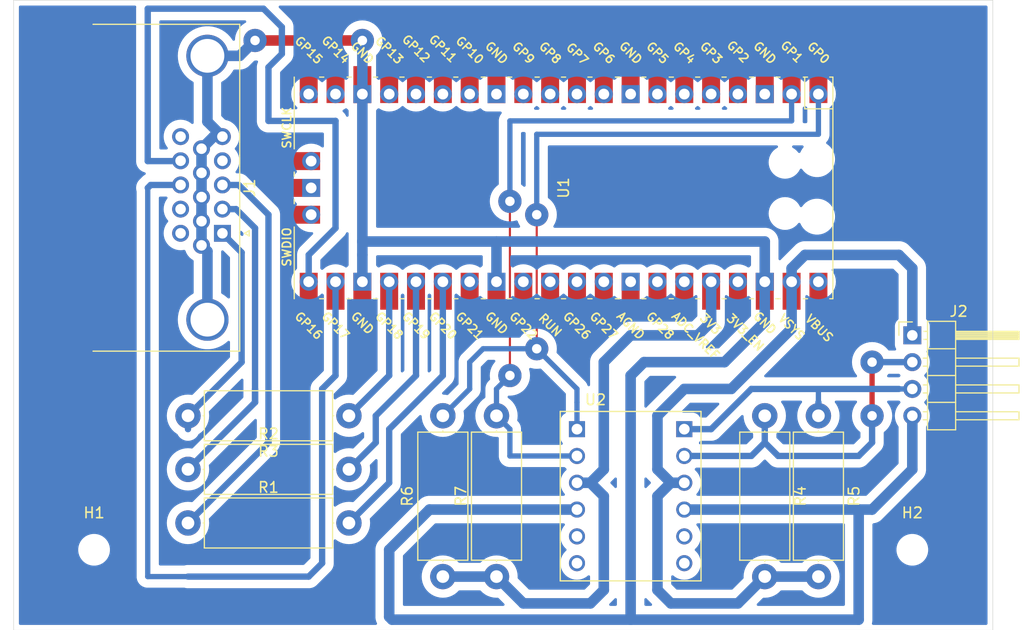
<source format=kicad_pcb>
(kicad_pcb (version 20240108) (generator "pcbnew") (generator_version "8.0")
  (layers (0 "F.Cu" signal) (31 "B.Cu" signal) (34 "B.Paste" user) (35 "F.Paste" user) (36 "B.SilkS" user "B.Silkscreen") (37 "F.SilkS" user "F.Silkscreen") (38 "B.Mask" user) (39 "F.Mask" user) (44 "Edge.Cuts" user))
  (net 0 "")
  (net 1 "/G")
  (net 2 "GND")
  (net 4 "/R")
  (net 5 "/H-Sync")
  (net 6 "/B")
  (net 9 "/V-Sync")
  (net 11 "/SDA")
  (net 12 "/SCL")
  (net 13 "Net-(U1-GPIO20)")
  (net 14 "Net-(U1-GPIO19)")
  (net 15 "Net-(U1-GPIO18)")
  (net 16 "Net-(U1-GPIO0)")
  (net 17 "Net-(U1-GPIO1)")
  (net 52 "+5v")
  (net 53 "+3.3v")
  (footprint "Resistor_THT:R_Axial_DIN0414_L11.9mm_D4.5mm_P15.24mm_Horizontal" (layer "F.Cu") (at 82.55 100.33 180)
    (property "Reference" "R3" (at 7.62 -3.37 0) (layer "F.SilkS"))
    (property "Value" "330")
    (fp_line (start 13.8 0) (end 13.69 0) (stroke (width 0.12)) (layer "F.SilkS"))
    (fp_line (start 13.69 2.37) (end 13.69 -2.37) (stroke (width 0.12)) (layer "F.SilkS"))
    (fp_line (start 13.69 -2.37) (end 1.55 -2.37) (stroke (width 0.12)) (layer "F.SilkS"))
    (fp_line (start 1.55 2.37) (end 13.69 2.37) (stroke (width 0.12)) (layer "F.SilkS"))
    (fp_line (start 1.55 -2.37) (end 1.55 2.37) (stroke (width 0.12)) (layer "F.SilkS"))
    (fp_line (start 1.44 0) (end 1.55 0) (stroke (width 0.12)) (layer "F.SilkS"))
    (pad "1" thru_hole circle (at 0 0 180) (size 2.4 2.4) (drill 1.2) (layers "*.Cu" "*.Mask") (net 15 "Net-(U1-GPIO18)"))
    (pad "2" thru_hole oval (at 15.24 0 180) (size 2.4 2.4) (drill 1.2) (layers "*.Cu" "*.Mask") (net 4 "/R"))
  )
  (footprint "Connector_PinHeader_2.54mm:PinHeader_1x04_P2.54mm_Horizontal" (layer "F.Cu") (at 135.89 92.71)
    (property "Reference" "J2" (at 4.385 -2.27 0) (layer "F.SilkS"))
    (property "Value" "Term")
    (fp_line (start -1.27 -1.27) (end 0 -1.27) (stroke (width 0.12)) (layer "F.SilkS"))
    (fp_line (start -1.27 0) (end -1.27 -1.27) (stroke (width 0.12)) (layer "F.SilkS"))
    (fp_line (start 1.042929 2.16) (end 1.44 2.16) (stroke (width 0.12)) (layer "F.SilkS"))
    (fp_line (start 1.042929 2.92) (end 1.44 2.92) (stroke (width 0.12)) (layer "F.SilkS"))
    (fp_line (start 1.042929 4.7) (end 1.44 4.7) (stroke (width 0.12)) (layer "F.SilkS"))
    (fp_line (start 1.042929 5.46) (end 1.44 5.46) (stroke (width 0.12)) (layer "F.SilkS"))
    (fp_line (start 1.042929 7.24) (end 1.44 7.24) (stroke (width 0.12)) (layer "F.SilkS"))
    (fp_line (start 1.042929 8) (end 1.44 8) (stroke (width 0.12)) (layer "F.SilkS"))
    (fp_line (start 1.11 -0.38) (end 1.44 -0.38) (stroke (width 0.12)) (layer "F.SilkS"))
    (fp_line (start 1.11 0.38) (end 1.44 0.38) (stroke (width 0.12)) (layer "F.SilkS"))
    (fp_line (start 1.44 -1.33) (end 1.44 8.95) (stroke (width 0.12)) (layer "F.SilkS"))
    (fp_line (start 1.44 1.27) (end 4.1 1.27) (stroke (width 0.12)) (layer "F.SilkS"))
    (fp_line (start 1.44 3.81) (end 4.1 3.81) (stroke (width 0.12)) (layer "F.SilkS"))
    (fp_line (start 1.44 6.35) (end 4.1 6.35) (stroke (width 0.12)) (layer "F.SilkS"))
    (fp_line (start 1.44 8.95) (end 4.1 8.95) (stroke (width 0.12)) (layer "F.SilkS"))
    (fp_line (start 4.1 -1.33) (end 1.44 -1.33) (stroke (width 0.12)) (layer "F.SilkS"))
    (fp_line (start 4.1 -0.38) (end 10.1 -0.38) (stroke (width 0.12)) (layer "F.SilkS"))
    (fp_line (start 4.1 -0.32) (end 10.1 -0.32) (stroke (width 0.12)) (layer "F.SilkS"))
    (fp_line (start 4.1 -0.2) (end 10.1 -0.2) (stroke (width 0.12)) (layer "F.SilkS"))
    (fp_line (start 4.1 -0.08) (end 10.1 -0.08) (stroke (width 0.12)) (layer "F.SilkS"))
    (fp_line (start 4.1 0.04) (end 10.1 0.04) (stroke (width 0.12)) (layer "F.SilkS"))
    (fp_line (start 4.1 0.16) (end 10.1 0.16) (stroke (width 0.12)) (layer "F.SilkS"))
    (fp_line (start 4.1 0.28) (end 10.1 0.28) (stroke (width 0.12)) (layer "F.SilkS"))
    (fp_line (start 4.1 2.16) (end 10.1 2.16) (stroke (width 0.12)) (layer "F.SilkS"))
    (fp_line (start 4.1 4.7) (end 10.1 4.7) (stroke (width 0.12)) (layer "F.SilkS"))
    (fp_line (start 4.1 7.24) (end 10.1 7.24) (stroke (width 0.12)) (layer "F.SilkS"))
    (fp_line (start 4.1 8.95) (end 4.1 -1.33) (stroke (width 0.12)) (layer "F.SilkS"))
    (fp_line (start 10.1 -0.38) (end 10.1 0.38) (stroke (width 0.12)) (layer "F.SilkS"))
    (fp_line (start 10.1 0.38) (end 4.1 0.38) (stroke (width 0.12)) (layer "F.SilkS"))
    (fp_line (start 10.1 2.16) (end 10.1 2.92) (stroke (width 0.12)) (layer "F.SilkS"))
    (fp_line (start 10.1 2.92) (end 4.1 2.92) (stroke (width 0.12)) (layer "F.SilkS"))
    (fp_line (start 10.1 4.7) (end 10.1 5.46) (stroke (width 0.12)) (layer "F.SilkS"))
    (fp_line (start 10.1 5.46) (end 4.1 5.46) (stroke (width 0.12)) (layer "F.SilkS"))
    (fp_line (start 10.1 7.24) (end 10.1 8) (stroke (width 0.12)) (layer "F.SilkS"))
    (fp_line (start 10.1 8) (end 4.1 8) (stroke (width 0.12)) (layer "F.SilkS"))
    (pad "1" thru_hole rect (at 0 0) (size 1.7 1.7) (drill 1) (layers "*.Cu" "*.Mask") (net 52 "+5v"))
    (pad "2" thru_hole oval (at 0 2.54) (size 1.7 1.7) (drill 1) (layers "*.Cu" "*.Mask") (net 11 "/SDA"))
    (pad "3" thru_hole oval (at 0 5.08) (size 1.7 1.7) (drill 1) (layers "*.Cu" "*.Mask") (net 12 "/SCL"))
    (pad "4" thru_hole oval (at 0 7.62) (size 1.7 1.7) (drill 1) (layers "*.Cu" "*.Mask") (net 2 "GND"))
  )
  (footprint "Resistor_THT:R_Axial_DIN0414_L11.9mm_D4.5mm_P15.24mm_Horizontal" (layer "F.Cu") (at 67.31 105.41)
    (property "Reference" "R2" (at 7.62 -3.37 0) (layer "F.SilkS"))
    (property "Value" "330")
    (fp_line (start 1.44 0) (end 1.55 0) (stroke (width 0.12)) (layer "F.SilkS"))
    (fp_line (start 1.55 -2.37) (end 1.55 2.37) (stroke (width 0.12)) (layer "F.SilkS"))
    (fp_line (start 1.55 2.37) (end 13.69 2.37) (stroke (width 0.12)) (layer "F.SilkS"))
    (fp_line (start 13.69 -2.37) (end 1.55 -2.37) (stroke (width 0.12)) (layer "F.SilkS"))
    (fp_line (start 13.69 2.37) (end 13.69 -2.37) (stroke (width 0.12)) (layer "F.SilkS"))
    (fp_line (start 13.8 0) (end 13.69 0) (stroke (width 0.12)) (layer "F.SilkS"))
    (pad "1" thru_hole circle (at 0 0) (size 2.4 2.4) (drill 1.2) (layers "*.Cu" "*.Mask") (net 1 "/G"))
    (pad "2" thru_hole oval (at 15.24 0) (size 2.4 2.4) (drill 1.2) (layers "*.Cu" "*.Mask") (net 14 "Net-(U1-GPIO19)"))
  )
  (footprint "Connector_Dsub:DSUB-15-HD_Female_Horizontal_P2.29x1.98mm_EdgePinOffset8.35mm_Housed_MountingHolesOffset10.89mm" (layer "F.Cu") (at 70.570331 83.04 -90)
    (property "Reference" "J1" (at -4.315 -2.58 90) (layer "F.SilkS"))
    (property "Value" "D-SUB")
    (fp_line (start -19.8 12.25) (end -19.8 -1.64) (stroke (width 0.12)) (layer "F.SilkS"))
    (fp_line (start -19.8 -1.64) (end 11.17 -1.64) (stroke (width 0.12)) (layer "F.SilkS"))
    (fp_line (start 11.17 -1.64) (end 11.17 12.25) (stroke (width 0.12)) (layer "F.SilkS"))
    (fp_line (start 0 -2.101325) (end -0.25 -2.534338) (stroke (width 0.12)) (layer "F.SilkS"))
    (fp_line (start -0.25 -2.534338) (end 0.25 -2.534338) (stroke (width 0.12)) (layer "F.SilkS"))
    (fp_line (start 0.25 -2.534338) (end 0 -2.101325) (stroke (width 0.12)) (layer "F.SilkS"))
    (pad "0" thru_hole circle (at -16.815 1.42 270) (size 4 4) (drill 3.2) (layers "*.Cu" "*.Mask") (net 2 "GND"))
    (pad "0" thru_hole circle (at 8.185 1.42 270) (size 4 4) (drill 3.2) (layers "*.Cu" "*.Mask") (net 2 "GND"))
    (pad "1" thru_hole rect (at 0 0 270) (size 1.6 1.6) (drill 1) (layers "*.Cu" "*.Mask") (net 4 "/R"))
    (pad "2" thru_hole circle (at -2.29 0 270) (size 1.6 1.6) (drill 1) (layers "*.Cu" "*.Mask") (net 1 "/G"))
    (pad "3" thru_hole circle (at -4.58 0 270) (size 1.6 1.6) (drill 1) (layers "*.Cu" "*.Mask") (net 6 "/B"))
    (pad "4" thru_hole circle (at -6.87 0 270) (size 1.6 1.6) (drill 1) (layers "*.Cu" "*.Mask"))
    (pad "5" thru_hole circle (at -9.16 0 270) (size 1.6 1.6) (drill 1) (layers "*.Cu" "*.Mask") (net 2 "GND"))
    (pad "6" thru_hole circle (at 1.145 1.98 270) (size 1.6 1.6) (drill 1) (layers "*.Cu" "*.Mask") (net 2 "GND"))
    (pad "7" thru_hole circle (at -1.145 1.98 270) (size 1.6 1.6) (drill 1) (layers "*.Cu" "*.Mask") (net 2 "GND"))
    (pad "8" thru_hole circle (at -3.435 1.98 270) (size 1.6 1.6) (drill 1) (layers "*.Cu" "*.Mask") (net 2 "GND"))
    (pad "9" thru_hole circle (at -5.725 1.98 270) (size 1.6 1.6) (drill 1) (layers "*.Cu" "*.Mask") (net 2 "GND"))
    (pad "10" thru_hole circle (at -8.015 1.98 270) (size 1.6 1.6) (drill 1) (layers "*.Cu" "*.Mask") (net 2 "GND"))
    (pad "11" thru_hole circle (at 0 3.96 270) (size 1.6 1.6) (drill 1) (layers "*.Cu" "*.Mask"))
    (pad "12" thru_hole circle (at -2.29 3.96 270) (size 1.6 1.6) (drill 1) (layers "*.Cu" "*.Mask"))
    (pad "13" thru_hole circle (at -4.58 3.96 270) (size 1.6 1.6) (drill 1) (layers "*.Cu" "*.Mask") (net 5 "/H-Sync"))
    (pad "14" thru_hole circle (at -6.87 3.96 270) (size 1.6 1.6) (drill 1) (layers "*.Cu" "*.Mask") (net 9 "/V-Sync"))
    (pad "15" thru_hole circle (at -9.16 3.96 270) (size 1.6 1.6) (drill 1) (layers "*.Cu" "*.Mask"))
  )
  (footprint "MountingHole:MountingHole_2.5mm" (layer "F.Cu") (at 58.42 113.03)
    (property "Reference" "H1" (at 0 -3.5 0) (layer "F.SilkS"))
    (property "Value" "MountingHole")
    (pad "" np_thru_hole circle (at 0 0) (size 2.5 2.5) (drill 2.5) (layers "*.Cu" "*.Mask"))
  )
  (footprint "Resistor_THT:R_Axial_DIN0414_L11.9mm_D4.5mm_P15.24mm_Horizontal" (layer "F.Cu") (at 67.31 110.49)
    (property "Reference" "R1" (at 7.62 -3.37 0) (layer "F.SilkS"))
    (property "Value" "330")
    (fp_line (start 1.44 0) (end 1.55 0) (stroke (width 0.12)) (layer "F.SilkS"))
    (fp_line (start 1.55 -2.37) (end 1.55 2.37) (stroke (width 0.12)) (layer "F.SilkS"))
    (fp_line (start 1.55 2.37) (end 13.69 2.37) (stroke (width 0.12)) (layer "F.SilkS"))
    (fp_line (start 13.69 -2.37) (end 1.55 -2.37) (stroke (width 0.12)) (layer "F.SilkS"))
    (fp_line (start 13.69 2.37) (end 13.69 -2.37) (stroke (width 0.12)) (layer "F.SilkS"))
    (fp_line (start 13.8 0) (end 13.69 0) (stroke (width 0.12)) (layer "F.SilkS"))
    (pad "1" thru_hole circle (at 0 0) (size 2.4 2.4) (drill 1.2) (layers "*.Cu" "*.Mask") (net 6 "/B"))
    (pad "2" thru_hole oval (at 15.24 0) (size 2.4 2.4) (drill 1.2) (layers "*.Cu" "*.Mask") (net 13 "Net-(U1-GPIO20)"))
  )
  (footprint "Resistor_THT:R_Axial_DIN0414_L11.9mm_D4.5mm_P15.24mm_Horizontal" (layer "F.Cu") (at 121.92 100.33 -90)
    (property "Reference" "R4" (at 7.62 -3.37 90) (layer "F.SilkS"))
    (property "Value" "4.7k")
    (fp_line (start 1.55 2.37) (end 13.69 2.37) (stroke (width 0.12)) (layer "F.SilkS"))
    (fp_line (start 13.69 2.37) (end 13.69 -2.37) (stroke (width 0.12)) (layer "F.SilkS"))
    (fp_line (start 1.44 0) (end 1.55 0) (stroke (width 0.12)) (layer "F.SilkS"))
    (fp_line (start 13.8 0) (end 13.69 0) (stroke (width 0.12)) (layer "F.SilkS"))
    (fp_line (start 1.55 -2.37) (end 1.55 2.37) (stroke (width 0.12)) (layer "F.SilkS"))
    (fp_line (start 13.69 -2.37) (end 1.55 -2.37) (stroke (width 0.12)) (layer "F.SilkS"))
    (pad "1" thru_hole circle (at 0 0 270) (size 2.4 2.4) (drill 1.2) (layers "*.Cu" "*.Mask") (net 11 "/SDA"))
    (pad "2" thru_hole oval (at 15.24 0 270) (size 2.4 2.4) (drill 1.2) (layers "*.Cu" "*.Mask") (net 52 "+5v"))
  )
  (footprint "MCU_RaspberryPi_and_Boards:RPi_Pico_SMD_TH" (layer "F.Cu") (at 102.87 78.74 -90)
    (property "Reference" "U1" (at 0 0 90) (layer "F.SilkS"))
    (property "Value" "Pico")
    (fp_line (start -3.7 25.5) (end -10.5 25.5) (stroke (width 0.12)) (layer "F.SilkS"))
    (fp_line (start -1.5 25.5) (end -1.1 25.5) (stroke (width 0.12)) (layer "F.SilkS"))
    (fp_line (start 1.1 25.5) (end 1.5 25.5) (stroke (width 0.12)) (layer "F.SilkS"))
    (fp_line (start 10.5 25.5) (end 3.7 25.5) (stroke (width 0.12)) (layer "F.SilkS"))
    (fp_line (start -10.5 22.7) (end -10.5 23.1) (stroke (width 0.12)) (layer "F.SilkS"))
    (fp_line (start 10.5 22.7) (end 10.5 23.1) (stroke (width 0.12)) (layer "F.SilkS"))
    (fp_line (start -10.5 20.1) (end -10.5 20.5) (stroke (width 0.12)) (layer "F.SilkS"))
    (fp_line (start 10.5 20.1) (end 10.5 20.5) (stroke (width 0.12)) (layer "F.SilkS"))
    (fp_line (start -10.5 17.6) (end -10.5 18) (stroke (width 0.12)) (layer "F.SilkS"))
    (fp_line (start 10.5 17.6) (end 10.5 18) (stroke (width 0.12)) (layer "F.SilkS"))
    (fp_line (start -10.5 15.1) (end -10.5 15.5) (stroke (width 0.12)) (layer "F.SilkS"))
    (fp_line (start 10.5 15.1) (end 10.5 15.5) (stroke (width 0.12)) (layer "F.SilkS"))
    (fp_line (start -10.5 12.5) (end -10.5 12.9) (stroke (width 0.12)) (layer "F.SilkS"))
    (fp_line (start 10.5 12.5) (end 10.5 12.9) (stroke (width 0.12)) (layer "F.SilkS"))
    (fp_line (start -10.5 10) (end -10.5 10.4) (stroke (width 0.12)) (layer "F.SilkS"))
    (fp_line (start 10.5 10) (end 10.5 10.4) (stroke (width 0.12)) (layer "F.SilkS"))
    (fp_line (start -10.5 7.4) (end -10.5 7.8) (stroke (width 0.12)) (layer "F.SilkS"))
    (fp_line (start 10.5 7.4) (end 10.5 7.8) (stroke (width 0.12)) (layer "F.SilkS"))
    (fp_line (start -10.5 4.9) (end -10.5 5.3) (stroke (width 0.12)) (layer "F.SilkS"))
    (fp_line (start 10.5 4.9) (end 10.5 5.3) (stroke (width 0.12)) (layer "F.SilkS"))
    (fp_line (start -10.5 2.3) (end -10.5 2.7) (stroke (width 0.12)) (layer "F.SilkS"))
    (fp_line (start 10.5 2.3) (end 10.5 2.7) (stroke (width 0.12)) (layer "F.SilkS"))
    (fp_line (start -10.5 -0.2) (end -10.5 0.2) (stroke (width 0.12)) (layer "F.SilkS"))
    (fp_line (start 10.5 -0.2) (end 10.5 0.2) (stroke (width 0.12)) (layer "F.SilkS"))
    (fp_line (start -10.5 -2.7) (end -10.5 -2.3) (stroke (width 0.12)) (layer "F.SilkS"))
    (fp_line (start 10.5 -2.7) (end 10.5 -2.3) (stroke (width 0.12)) (layer "F.SilkS"))
    (fp_line (start -10.5 -5.3) (end -10.5 -4.9) (stroke (width 0.12)) (layer "F.SilkS"))
    (fp_line (start 10.5 -5.3) (end 10.5 -4.9) (stroke (width 0.12)) (layer "F.SilkS"))
    (fp_line (start -10.5 -7.8) (end -10.5 -7.4) (stroke (width 0.12)) (layer "F.SilkS"))
    (fp_line (start 10.5 -7.8) (end 10.5 -7.4) (stroke (width 0.12)) (layer "F.SilkS"))
    (fp_line (start -10.5 -10.4) (end -10.5 -10) (stroke (width 0.12)) (layer "F.SilkS"))
    (fp_line (start 10.5 -10.4) (end 10.5 -10) (stroke (width 0.12)) (layer "F.SilkS"))
    (fp_line (start -10.5 -12.9) (end -10.5 -12.5) (stroke (width 0.12)) (layer "F.SilkS"))
    (fp_line (start 10.5 -12.9) (end 10.5 -12.5) (stroke (width 0.12)) (layer "F.SilkS"))
    (fp_line (start -10.5 -15.4) (end -10.5 -15) (stroke (width 0.12)) (layer "F.SilkS"))
    (fp_line (start 10.5 -15.4) (end 10.5 -15) (stroke (width 0.12)) (layer "F.SilkS"))
    (fp_line (start -10.5 -18) (end -10.5 -17.6) (stroke (width 0.12)) (layer "F.SilkS"))
    (fp_line (start 10.5 -18) (end 10.5 -17.6) (stroke (width 0.12)) (layer "F.SilkS"))
    (fp_line (start -10.5 -20.5) (end -10.5 -20.1) (stroke (width 0.12)) (layer "F.SilkS"))
    (fp_line (start 10.5 -20.5) (end 10.5 -20.1) (stroke (width 0.12)) (layer "F.SilkS"))
    (fp_line (start -10.5 -22.833) (end -7.493 -22.833) (stroke (width 0.12)) (layer "F.SilkS"))
    (fp_line (start -7.493 -22.833) (end -7.493 -25.5) (stroke (width 0.12)) (layer "F.SilkS"))
    (fp_line (start -10.5 -23.1) (end -10.5 -22.7) (stroke (width 0.12)) (layer "F.SilkS"))
    (fp_line (start 10.5 -23.1) (end 10.5 -22.7) (stroke (width 0.12)) (layer "F.SilkS"))
    (fp_line (start -10.5 -25.5) (end -10.5 -25.2) (stroke (width 0.12)) (layer "F.SilkS"))
    (fp_line (start -10.5 -25.5) (end 10.5 -25.5) (stroke (width 0.12)) (layer "F.SilkS"))
    (fp_line (start 10.5 -25.5) (end 10.5 -25.2) (stroke (width 0.12)) (layer "F.SilkS"))
    (fp_text user "GP21" (at 13.054 8.9 135) (layer "F.SilkS") (effects (font (size 0.8 0.8))))
    (fp_text user "GND" (at 12.8 6.35 135) (layer "F.SilkS") (effects (font (size 0.8 0.8))))
    (fp_text user "GP26" (at 13.054 -1.27 135) (layer "F.SilkS") (effects (font (size 0.8 0.8))))
    (fp_text user "GP9" (at -12.8 3.81 135) (layer "F.SilkS") (effects (font (size 0.8 0.8))))
    (fp_text user "GP10" (at -13.054 8.89 135) (layer "F.SilkS") (effects (font (size 0.8 0.8))))
    (fp_text user "GP1" (at -12.9 -21.6 135) (layer "F.SilkS") (effects (font (size 0.8 0.8))))
    (fp_text user "GP22" (at 13.054 3.81 135) (layer "F.SilkS") (effects (font (size 0.8 0.8))))
    (fp_text user "GND" (at -12.8 6.35 135) (layer "F.SilkS") (effects (font (size 0.8 0.8))))
    (fp_text user "GP17" (at 13.054 21.59 135) (layer "F.SilkS") (effects (font (size 0.8 0.8))))
    (fp_text user "GP2" (at -12.9 -16.51 135) (layer "F.SilkS") (effects (font (size 0.8 0.8))))
    (fp_text user "VSYS" (at 13.2 -21.59 135) (layer "F.SilkS") (effects (font (size 0.8 0.8))))
    (fp_text user "GP0" (at -12.8 -24.13 135) (layer "F.SilkS") (effects (font (size 0.8 0.8))))
    (fp_text user "GP3" (at -12.8 -13.97 135) (layer "F.SilkS") (effects (font (size 0.8 0.8))))
    (fp_text user "GP4" (at -12.8 -11.43 135) (layer "F.SilkS") (effects (font (size 0.8 0.8))))
    (fp_text user "GP7" (at -12.7 -1.3 135) (layer "F.SilkS") (effects (font (size 0.8 0.8))))
    (fp_text user "SWCLK" (at -5.7 26.2 90) (layer "F.SilkS") (effects (font (size 0.8 0.8))))
    (fp_text user "GP19" (at 13.054 13.97 135) (layer "F.SilkS") (effects (font (size 0.8 0.8))))
    (fp_text user "GP20" (at 13.054 11.43 135) (layer "F.SilkS") (effects (font (size 0.8 0.8))))
    (fp_text user "GND" (at -12.8 -19.05 135) (layer "F.SilkS") (effects (font (size 0.8 0.8))))
    (fp_text user "GND" (at -12.8 19.05 135) (layer "F.SilkS") (effects (font (size 0.8 0.8))))
    (fp_text user "RUN" (at 13 1.27 135) (layer "F.SilkS") (effects (font (size 0.8 0.8))))
    (fp_text user "GND" (at 12.8 -19.05 135) (layer "F.SilkS") (effects (font (size 0.8 0.8))))
    (fp_text user "GND" (at 12.8 19.05 135) (layer "F.SilkS") (effects (font (size 0.8 0.8))))
    (fp_text user "VBUS" (at 13.3 -24.2 135) (layer "F.SilkS") (effects (font (size 0.8 0.8))))
    (fp_text user "AGND" (at 13.054 -6.35 135) (layer "F.SilkS") (effects (font (size 0.8 0.8))))
    (fp_text user "GP14" (at -13.1 21.59 135) (layer "F.SilkS") (effects (font (size 0.8 0.8))))
    (fp_text user "GP5" (at -12.8 -8.89 135) (layer "F.SilkS") (effects (font (size 0.8 0.8))))
    (fp_text user "GP12" (at -13.2 13.97 135) (layer "F.SilkS") (effects (font (size 0.8 0.8))))
    (fp_text user "GP13" (at -13.054 16.51 135) (layer "F.SilkS") (effects (font (size 0.8 0.8))))
    (fp_text user "3V3_EN" (at 13.7 -17.2 135) (layer "F.SilkS") (effects (font (size 0.8 0.8))))
    (fp_text user "GP11" (at -13.2 11.43 135) (layer "F.SilkS") (effects (font (size 0.8 0.8))))
    (fp_text user "GP8" (at -12.8 1.27 135) (layer "F.SilkS") (effects (font (size 0.8 0.8))))
    (fp_text user "GND" (at -12.8 -6.35 135) (layer "F.SilkS") (effects (font (size 0.8 0.8))))
    (fp_text user "ADC_VREF" (at 14 -12.5 135) (layer "F.SilkS") (effects (font (size 0.8 0.8))))
    (fp_text user "GP18" (at 13.054 16.51 135) (layer "F.SilkS") (effects (font (size 0.8 0.8))))
    (fp_text user "GP27" (at 13.054 -3.8 135) (layer "F.SilkS") (effects (font (size 0.8 0.8))))
    (fp_text user "GP6" (at -12.8 -3.81 135) (layer "F.SilkS") (effects (font (size 0.8 0.8))))
    (fp_text user "GP15" (at -13.054 24.13 135) (layer "F.SilkS") (effects (font (size 0.8 0.8))))
    (fp_text user "SWDIO" (at 5.6 26.2 90) (layer "F.SilkS") (effects (font (size 0.8 0.8))))
    (fp_text user "GP16" (at 13.054 24.13 135) (layer "F.SilkS") (effects (font (size 0.8 0.8))))
    (fp_text user "3V3" (at 12.9 -13.9 135) (layer "F.SilkS") (effects (font (size 0.8 0.8))))
    (fp_text user "GP28" (at 13.054 -9.144 135) (layer "F.SilkS") (effects (font (size 0.8 0.8))))
    (pad "" np_thru_hole oval (at -2.725 -24 270) (size 1.8 1.8) (drill 1.8) (layers "*.Cu" "*.Mask"))
    (pad "" np_thru_hole oval (at -2.425 -20.97 270) (size 1.5 1.5) (drill 1.5) (layers "*.Cu" "*.Mask"))
    (pad "" np_thru_hole oval (at 2.425 -20.97 270) (size 1.5 1.5) (drill 1.5) (layers "*.Cu" "*.Mask"))
    (pad "" np_thru_hole oval (at 2.725 -24 270) (size 1.8 1.8) (drill 1.8) (layers "*.Cu" "*.Mask"))
    (pad "1" thru_hole oval (at -8.89 -24.13 270) (size 1.7 1.7) (drill 1.02) (layers "*.Cu" "*.Mask") (net 16 "Net-(U1-GPIO0)"))
    (pad "1" smd rect (at -8.89 -24.13 270) (size 3.5 1.7) (drill (offset -0.9 0)) (layers "F.Cu" "F.Mask") (net 16 "Net-(U1-GPIO0)"))
    (pad "2" thru_hole oval (at -8.89 -21.59 270) (size 1.7 1.7) (drill 1.02) (layers "*.Cu" "*.Mask") (net 17 "Net-(U1-GPIO1)"))
    (pad "2" smd rect (at -8.89 -21.59 270) (size 3.5 1.7) (drill (offset -0.9 0)) (layers "F.Cu" "F.Mask") (net 17 "Net-(U1-GPIO1)"))
    (pad "3" thru_hole rect (at -8.89 -19.05 270) (size 1.7 1.7) (drill 1.02) (layers "*.Cu" "*.Mask"))
    (pad "3" smd rect (at -8.89 -19.05 270) (size 3.5 1.7) (drill (offset -0.9 0)) (layers "F.Cu" "F.Mask"))
    (pad "4" thru_hole oval (at -8.89 -16.51 270) (size 1.7 1.7) (drill 1.02) (layers "*.Cu" "*.Mask"))
    (pad "4" smd rect (at -8.89 -16.51 270) (size 3.5 1.7) (drill (offset -0.9 0)) (layers "F.Cu" "F.Mask"))
    (pad "5" thru_hole oval (at -8.89 -13.97 270) (size 1.7 1.7) (drill 1.02) (layers "*.Cu" "*.Mask"))
    (pad "5" smd rect (at -8.89 -13.97 270) (size 3.5 1.7) (drill (offset -0.9 0)) (layers "F.Cu" "F.Mask"))
    (pad "6" thru_hole oval (at -8.89 -11.43 270) (size 1.7 1.7) (drill 1.02) (layers "*.Cu" "*.Mask"))
    (pad "6" smd rect (at -8.89 -11.43 270) (size 3.5 1.7) (drill (offset -0.9 0)) (layers "F.Cu" "F.Mask"))
    (pad "7" thru_hole oval (at -8.89 -8.89 270) (size 1.7 1.7) (drill 1.02) (layers "*.Cu" "*.Mask"))
    (pad "7" smd rect (at -8.89 -8.89 270) (size 3.5 1.7) (drill (offset -0.9 0)) (layers "F.Cu" "F.Mask"))
    (pad "8" thru_hole rect (at -8.89 -6.35 270) (size 1.7 1.7) (drill 1.02) (layers "*.Cu" "*.Mask"))
    (pad "8" smd rect (at -8.89 -6.35 270) (size 3.5 1.7) (drill (offset -0.9 0)) (layers "F.Cu" "F.Mask"))
    (pad "9" thru_hole oval (at -8.89 -3.81 270) (size 1.7 1.7) (drill 1.02) (layers "*.Cu" "*.Mask"))
    (pad "9" smd rect (at -8.89 -3.81 270) (size 3.5 1.7) (drill (offset -0.9 0)) (layers "F.Cu" "F.Mask"))
    (pad "10" thru_hole oval (at -8.89 -1.27 270) (size 1.7 1.7) (drill 1.02) (layers "*.Cu" "*.Mask"))
    (pad "10" smd rect (at -8.89 -1.27 270) (size 3.5 1.7) (drill (offset -0.9 0)) (layers "F.Cu" "F.Mask"))
    (pad "11" thru_hole oval (at -8.89 1.27 270) (size 1.7 1.7) (drill 1.02) (layers "*.Cu" "*.Mask"))
    (pad "11" smd rect (at -8.89 1.27 270) (size 3.5 1.7) (drill (offset -0.9 0)) (layers "F.Cu" "F.Mask"))
    (pad "12" thru_hole oval (at -8.89 3.81 270) (size 1.7 1.7) (drill 1.02) (layers "*.Cu" "*.Mask"))
    (pad "12" smd rect (at -8.89 3.81 270) (size 3.5 1.7) (drill (offset -0.9 0)) (layers "F.Cu" "F.Mask"))
    (pad "13" thru_hole rect (at -8.89 6.35 270) (size 1.7 1.7) (drill 1.02) (layers "*.Cu" "*.Mask"))
    (pad "13" smd rect (at -8.89 6.35 270) (size 3.5 1.7) (drill (offset -0.9 0)) (layers "F.Cu" "F.Mask"))
    (pad "14" thru_hole oval (at -8.89 8.89 270) (size 1.7 1.7) (drill 1.02) (layers "*.Cu" "*.Mask"))
    (pad "14" smd rect (at -8.89 8.89 270) (size 3.5 1.7) (drill (offset -0.9 0)) (layers "F.Cu" "F.Mask"))
    (pad "15" thru_hole oval (at -8.89 11.43 270) (size 1.7 1.7) (drill 1.02) (layers "*.Cu" "*.Mask"))
    (pad "15" smd rect (at -8.89 11.43 270) (size 3.5 1.7) (drill (offset -0.9 0)) (layers "F.Cu" "F.Mask"))
    (pad "16" thru_hole oval (at -8.89 13.97 270) (size 1.7 1.7) (drill 1.02) (layers "*.Cu" "*.Mask"))
    (pad "16" smd rect (at -8.89 13.97 270) (size 3.5 1.7) (drill (offset -0.9 0)) (layers "F.Cu" "F.Mask"))
    (pad "17" thru_hole oval (at -8.89 16.51 270) (size 1.7 1.7) (drill 1.02) (layers "*.Cu" "*.Mask"))
    (pad "17" smd rect (at -8.89 16.51 270) (size 3.5 1.7) (drill (offset -0.9 0)) (layers "F.Cu" "F.Mask"))
    (pad "18" thru_hole rect (at -8.89 19.05 270) (size 1.7 1.7) (drill 1.02) (layers "*.Cu" "*.Mask") (net 2 "GND"))
    (pad "18" smd rect (at -8.89 19.05 270) (size 3.5 1.7) (drill (offset -0.9 0)) (layers "F.Cu" "F.Mask") (net 2 "GND"))
    (pad "19" thru_hole oval (at -8.89 21.59 270) (size 1.7 1.7) (drill 1.02) (layers "*.Cu" "*.Mask"))
    (pad "19" smd rect (at -8.89 21.59 270) (size 3.5 1.7) (drill (offset -0.9 0)) (layers "F.Cu" "F.Mask"))
    (pad "20" thru_hole oval (at -8.89 24.13 270) (size 1.7 1.7) (drill 1.02) (layers "*.Cu" "*.Mask"))
    (pad "20" smd rect (at -8.89 24.13 270) (size 3.5 1.7) (drill (offset -0.9 0)) (layers "F.Cu" "F.Mask"))
    (pad "21" thru_hole oval (at 8.89 24.13 270) (size 1.7 1.7) (drill 1.02) (layers "*.Cu" "*.Mask") (net 9 "/V-Sync"))
    (pad "21" smd rect (at 8.89 24.13 270) (size 3.5 1.7) (drill (offset 0.9 0)) (layers "F.Cu" "F.Mask") (net 9 "/V-Sync"))
    (pad "22" thru_hole oval (at 8.89 21.59 270) (size 1.7 1.7) (drill 1.02) (layers "*.Cu" "*.Mask") (net 5 "/H-Sync"))
    (pad "22" smd rect (at 8.89 21.59 270) (size 3.5 1.7) (drill (offset 0.9 0)) (layers "F.Cu" "F.Mask") (net 5 "/H-Sync"))
    (pad "23" thru_hole rect (at 8.89 19.05 270) (size 1.7 1.7) (drill 1.02) (layers "*.Cu" "*.Mask") (net 2 "GND"))
    (pad "23" smd rect (at 8.89 19.05 270) (size 3.5 1.7) (drill (offset 0.9 0)) (layers "F.Cu" "F.Mask") (net 2 "GND"))
    (pad "24" thru_hole oval (at 8.89 16.51 270) (size 1.7 1.7) (drill 1.02) (layers "*.Cu" "*.Mask") (net 15 "Net-(U1-GPIO18)"))
    (pad "24" smd rect (at 8.89 16.51 270) (size 3.5 1.7) (drill (offset 0.9 0)) (layers "F.Cu" "F.Mask") (net 15 "Net-(U1-GPIO18)"))
    (pad "25" thru_hole oval (at 8.89 13.97 270) (size 1.7 1.7) (drill 1.02) (layers "*.Cu" "*.Mask") (net 14 "Net-(U1-GPIO19)"))
    (pad "25" smd rect (at 8.89 13.97 270) (size 3.5 1.7) (drill (offset 0.9 0)) (layers "F.Cu" "F.Mask") (net 14 "Net-(U1-GPIO19)"))
    (pad "26" thru_hole oval (at 8.89 11.43 270) (size 1.7 1.7) (drill 1.02) (layers "*.Cu" "*.Mask") (net 13 "Net-(U1-GPIO20)"))
    (pad "26" smd rect (at 8.89 11.43 270) (size 3.5 1.7) (drill (offset 0.9 0)) (layers "F.Cu" "F.Mask") (net 13 "Net-(U1-GPIO20)"))
    (pad "27" thru_hole oval (at 8.89 8.89 270) (size 1.7 1.7) (drill 1.02) (layers "*.Cu" "*.Mask"))
    (pad "27" smd rect (at 8.89 8.89 270) (size 3.5 1.7) (drill (offset 0.9 0)) (layers "F.Cu" "F.Mask"))
    (pad "28" thru_hole rect (at 8.89 6.35 270) (size 1.7 1.7) (drill 1.02) (layers "*.Cu" "*.Mask") (net 2 "GND"))
    (pad "28" smd rect (at 8.89 6.35 270) (size 3.5 1.7) (drill (offset 0.9 0)) (layers "F.Cu" "F.Mask") (net 2 "GND"))
    (pad "29" thru_hole oval (at 8.89 3.81 270) (size 1.7 1.7) (drill 1.02) (layers "*.Cu" "*.Mask"))
    (pad "29" smd rect (at 8.89 3.81 270) (size 3.5 1.7) (drill (offset 0.9 0)) (layers "F.Cu" "F.Mask"))
    (pad "30" thru_hole oval (at 8.89 1.27 270) (size 1.7 1.7) (drill 1.02) (layers "*.Cu" "*.Mask"))
    (pad "30" smd rect (at 8.89 1.27 270) (size 3.5 1.7) (drill (offset 0.9 0)) (layers "F.Cu" "F.Mask"))
    (pad "31" thru_hole oval (at 8.89 -1.27 270) (size 1.7 1.7) (drill 1.02) (layers "*.Cu" "*.Mask"))
    (pad "31" smd rect (at 8.89 -1.27 270) (size 3.5 1.7) (drill (offset 0.9 0)) (layers "F.Cu" "F.Mask"))
    (pad "32" thru_hole oval (at 8.89 -3.81 270) (size 1.7 1.7) (drill 1.02) (layers "*.Cu" "*.Mask"))
    (pad "32" smd rect (at 8.89 -3.81 270) (size 3.5 1.7) (drill (offset 0.9 0)) (layers "F.Cu" "F.Mask"))
    (pad "33" thru_hole rect (at 8.89 -6.35 270) (size 1.7 1.7) (drill 1.02) (layers "*.Cu" "*.Mask"))
    (pad "33" smd rect (at 8.89 -6.35 270) (size 3.5 1.7) (drill (offset 0.9 0)) (layers "F.Cu" "F.Mask"))
    (pad "34" thru_hole oval (at 8.89 -8.89 270) (size 1.7 1.7) (drill 1.02) (layers "*.Cu" "*.Mask"))
    (pad "34" smd rect (at 8.89 -8.89 270) (size 3.5 1.7) (drill (offset 0.9 0)) (layers "F.Cu" "F.Mask"))
    (pad "35" thru_hole oval (at 8.89 -11.43 270) (size 1.7 1.7) (drill 1.02) (layers "*.Cu" "*.Mask"))
    (pad "35" smd rect (at 8.89 -11.43 270) (size 3.5 1.7) (drill (offset 0.9 0)) (layers "F.Cu" "F.Mask"))
    (pad "36" thru_hole oval (at 8.89 -13.97 270) (size 1.7 1.7) (drill 1.02) (layers "*.Cu" "*.Mask") (net 53 "+3.3v"))
    (pad "36" smd rect (at 8.89 -13.97 270) (size 3.5 1.7) (drill (offset 0.9 0)) (layers "F.Cu" "F.Mask") (net 53 "+3.3v"))
    (pad "37" thru_hole oval (at 8.89 -16.51 270) (size 1.7 1.7) (drill 1.02) (layers "*.Cu" "*.Mask"))
    (pad "37" smd rect (at 8.89 -16.51 270) (size 3.5 1.7) (drill (offset 0.9 0)) (layers "F.Cu" "F.Mask"))
    (pad "38" thru_hole rect (at 8.89 -19.05 270) (size 1.7 1.7) (drill 1.02) (layers "*.Cu" "*.Mask") (net 2 "GND"))
    (pad "38" smd rect (at 8.89 -19.05 270) (size 3.5 1.7) (drill (offset 0.9 0)) (layers "F.Cu" "F.Mask") (net 2 "GND"))
    (pad "39" thru_hole oval (at 8.89 -21.59 270) (size 1.7 1.7) (drill 1.02) (layers "*.Cu" "*.Mask") (net 52 "+5v"))
    (pad "39" smd rect (at 8.89 -21.59 270) (size 3.5 1.7) (drill (offset 0.9 0)) (layers "F.Cu" "F.Mask") (net 52 "+5v"))
    (pad "40" thru_hole oval (at 8.89 -24.13 270) (size 1.7 1.7) (drill 1.02) (layers "*.Cu" "*.Mask"))
    (pad "40" smd rect (at 8.89 -24.13 270) (size 3.5 1.7) (drill (offset 0.9 0)) (layers "F.Cu" "F.Mask"))
    (pad "41" thru_hole oval (at -2.54 23.9 270) (size 1.7 1.7) (drill 1.02) (layers "*.Cu" "*.Mask"))
    (pad "41" smd rect (at -2.54 23.9) (size 3.5 1.7) (drill (offset -0.9 0)) (layers "F.Cu" "F.Mask"))
    (pad "42" thru_hole rect (at 0 23.9 270) (size 1.7 1.7) (drill 1.02) (layers "*.Cu" "*.Mask"))
    (pad "42" smd rect (at 0 23.9) (size 3.5 1.7) (drill (offset -0.9 0)) (layers "F.Cu" "F.Mask"))
    (pad "43" thru_hole oval (at 2.54 23.9 270) (size 1.7 1.7) (drill 1.02) (layers "*.Cu" "*.Mask"))
    (pad "43" smd rect (at 2.54 23.9) (size 3.5 1.7) (drill (offset -0.9 0)) (layers "F.Cu" "F.Mask"))
  )
  (footprint "Resistor_THT:R_Axial_DIN0414_L11.9mm_D4.5mm_P15.24mm_Horizontal" (layer "F.Cu") (at 96.52 115.57 90)
    (property "Reference" "R7" (at 7.62 -3.37 90) (layer "F.SilkS"))
    (property "Value" "4.7k")
    (fp_line (start 13.69 -2.37) (end 1.55 -2.37) (stroke (width 0.12)) (layer "F.SilkS"))
    (fp_line (start 1.55 -2.37) (end 1.55 2.37) (stroke (width 0.12)) (layer "F.SilkS"))
    (fp_line (start 13.8 0) (end 13.69 0) (stroke (width 0.12)) (layer "F.SilkS"))
    (fp_line (start 1.44 0) (end 1.55 0) (stroke (width 0.12)) (layer "F.SilkS"))
    (fp_line (start 13.69 2.37) (end 13.69 -2.37) (stroke (width 0.12)) (layer "F.SilkS"))
    (fp_line (start 1.55 2.37) (end 13.69 2.37) (stroke (width 0.12)) (layer "F.SilkS"))
    (pad "1" thru_hole circle (at 0 0 90) (size 2.4 2.4) (drill 1.2) (layers "*.Cu" "*.Mask") (net 53 "+3.3v"))
    (pad "2" thru_hole oval (at 15.24 0 90) (size 2.4 2.4) (drill 1.2) (layers "*.Cu" "*.Mask") (net 17 "Net-(U1-GPIO1)"))
  )
  (footprint "Resistor_THT:R_Axial_DIN0414_L11.9mm_D4.5mm_P15.24mm_Horizontal" (layer "F.Cu") (at 127 100.33 -90)
    (property "Reference" "R5" (at 7.62 -3.37 90) (layer "F.SilkS"))
    (property "Value" "4.7k")
    (fp_line (start 1.55 2.37) (end 13.69 2.37) (stroke (width 0.12)) (layer "F.SilkS"))
    (fp_line (start 13.69 2.37) (end 13.69 -2.37) (stroke (width 0.12)) (layer "F.SilkS"))
    (fp_line (start 1.44 0) (end 1.55 0) (stroke (width 0.12)) (layer "F.SilkS"))
    (fp_line (start 13.8 0) (end 13.69 0) (stroke (width 0.12)) (layer "F.SilkS"))
    (fp_line (start 1.55 -2.37) (end 1.55 2.37) (stroke (width 0.12)) (layer "F.SilkS"))
    (fp_line (start 13.69 -2.37) (end 1.55 -2.37) (stroke (width 0.12)) (layer "F.SilkS"))
    (pad "1" thru_hole circle (at 0 0 270) (size 2.4 2.4) (drill 1.2) (layers "*.Cu" "*.Mask") (net 12 "/SCL"))
    (pad "2" thru_hole oval (at 15.24 0 270) (size 2.4 2.4) (drill 1.2) (layers "*.Cu" "*.Mask") (net 52 "+5v"))
  )
  (footprint "Resistor_THT:R_Axial_DIN0414_L11.9mm_D4.5mm_P15.24mm_Horizontal" (layer "F.Cu") (at 91.44 115.57 90)
    (property "Reference" "R6" (at 7.62 -3.37 90) (layer "F.SilkS"))
    (property "Value" "4.7k")
    (fp_line (start 13.69 -2.37) (end 1.55 -2.37) (stroke (width 0.12)) (layer "F.SilkS"))
    (fp_line (start 1.55 -2.37) (end 1.55 2.37) (stroke (width 0.12)) (layer "F.SilkS"))
    (fp_line (start 13.8 0) (end 13.69 0) (stroke (width 0.12)) (layer "F.SilkS"))
    (fp_line (start 1.44 0) (end 1.55 0) (stroke (width 0.12)) (layer "F.SilkS"))
    (fp_line (start 13.69 2.37) (end 13.69 -2.37) (stroke (width 0.12)) (layer "F.SilkS"))
    (fp_line (start 1.55 2.37) (end 13.69 2.37) (stroke (width 0.12)) (layer "F.SilkS"))
    (pad "1" thru_hole circle (at 0 0 90) (size 2.4 2.4) (drill 1.2) (layers "*.Cu" "*.Mask") (net 53 "+3.3v"))
    (pad "2" thru_hole oval (at 15.24 0 90) (size 2.4 2.4) (drill 1.2) (layers "*.Cu" "*.Mask") (net 16 "Net-(U1-GPIO0)"))
  )
  (footprint "MountingHole:MountingHole_2.5mm" (layer "F.Cu") (at 135.89 113.03)
    (property "Reference" "H2" (at 0 -3.5 0) (layer "F.SilkS"))
    (property "Value" "MountingHole")
    (pad "" np_thru_hole circle (at 0 0) (size 2.5 2.5) (drill 2.5) (layers "*.Cu" "*.Mask"))
  )
  (footprint "vga_drv:CONV_BOB-12009" (layer "F.Cu") (at 109.22 107.95)
    (property "Reference" "U2" (at -3.325 -9.135 0) (layer "F.SilkS"))
    (property "Value" "BOB-12009")
    (fp_line (start -6.665 -8.025) (end 6.665 -8.025) (stroke (width 0.127)) (layer "F.SilkS"))
    (fp_line (start -6.665 8.025) (end -6.665 -8.025) (stroke (width 0.127)) (layer "F.SilkS"))
    (fp_line (start 6.665 -8.025) (end 6.665 8.025) (stroke (width 0.127)) (layer "F.SilkS"))
    (fp_line (start 6.665 8.025) (end -6.665 8.025) (stroke (width 0.127)) (layer "F.SilkS"))
    (pad "GND_1" thru_hole circle (at 5.08 1.27) (size 1.524 1.524) (drill 1.016) (layers "*.Cu" "*.Mask") (net 2 "GND"))
    (pad "GND_2" thru_hole circle (at -5.08 1.27) (size 1.524 1.524) (drill 1.016) (layers "*.Cu" "*.Mask") (net 2 "GND"))
    (pad "HV" thru_hole circle (at 5.08 -1.27) (size 1.524 1.524) (drill 1.016) (layers "*.Cu" "*.Mask") (net 52 "+5v"))
    (pad "HV1" thru_hole rect (at 5.08 -6.35) (size 1.524 1.524) (drill 1.016) (layers "*.Cu" "*.Mask") (net 12 "/SCL"))
    (pad "HV2" thru_hole circle (at 5.08 -3.81) (size 1.524 1.524) (drill 1.016) (layers "*.Cu" "*.Mask") (net 11 "/SDA"))
    (pad "HV3" thru_hole circle (at 5.08 3.81) (size 1.524 1.524) (drill 1.016) (layers "*.Cu" "*.Mask"))
    (pad "HV4" thru_hole circle (at 5.08 6.35) (size 1.524 1.524) (drill 1.016) (layers "*.Cu" "*.Mask"))
    (pad "LV" thru_hole circle (at -5.08 -1.27) (size 1.524 1.524) (drill 1.016) (layers "*.Cu" "*.Mask") (net 53 "+3.3v"))
    (pad "LV1" thru_hole rect (at -5.08 -6.35) (size 1.524 1.524) (drill 1.016) (layers "*.Cu" "*.Mask") (net 16 "Net-(U1-GPIO0)"))
    (pad "LV2" thru_hole circle (at -5.08 -3.81) (size 1.524 1.524) (drill 1.016) (layers "*.Cu" "*.Mask") (net 17 "Net-(U1-GPIO1)"))
    (pad "LV3" thru_hole circle (at -5.08 3.81) (size 1.524 1.524) (drill 1.016) (layers "*.Cu" "*.Mask"))
    (pad "LV4" thru_hole circle (at -5.08 6.35) (size 1.524 1.524) (drill 1.016) (layers "*.Cu" "*.Mask"))
  )
  (gr_line (start 143.51 60.96) (end 50.8 60.96) (stroke (width 0.05)) (layer "Edge.Cuts"))
  (gr_line (start 50.8 60.96) (end 50.8 120.65) (stroke (width 0.05)) (layer "Edge.Cuts"))
  (gr_line (start 143.51 120.65) (end 143.51 60.96) (stroke (width 0.05)) (layer "Edge.Cuts"))
  (gr_line (start 50.8 120.65) (end 143.51 120.65) (stroke (width 0.05)) (layer "Edge.Cuts"))
  (segment (start 73.66 97.79) (end 73.66 99.06) (width 0.6) (layer "B.Cu") (net 1))
  (segment (start 73.66 99.06) (end 67.31 105.41) (width 0.6) (layer "B.Cu") (net 1))
  (segment (start 70.570331 80.75) (end 71.86 80.75) (width 0.6) (layer "B.Cu") (net 1))
  (segment (start 71.86 80.75) (end 73.66 82.55) (width 0.6) (layer "B.Cu") (net 1))
  (segment (start 73.66 97.79) (end 73.66 82.55) (width 0.5) (layer "B.Cu") (net 1))
  (segment (start 73.66 82.55) (end 73.66 99.06) (width 0.6) (layer "B.Cu") (net 1))
  (segment (start 73.66 64.77) (end 83.82 64.77) (width 1) (layer "F.Cu") (net 2))
  (via (at 73.66 64.77) (size 2.2) (drill 0.9) (layers "F.Cu" "B.Cu") (net 2))
  (via (at 83.82 64.77) (size 2.2) (drill 0.9) (layers "F.Cu" "B.Cu") (net 2))
  (segment (start 70.570331 73.88) (end 69.735331 73.88) (width 1) (layer "B.Cu") (net 2))
  (segment (start 83.82 83.82) (end 83.82 85.09) (width 1) (layer "B.Cu") (net 2))
  (segment (start 121.92 91.44) (end 118.11 95.25) (width 1) (layer "B.Cu") (net 2))
  (segment (start 121.92 87.63) (end 121.92 83.82) (width 1) (layer "B.Cu") (net 2))
  (segment (start 69.150331 72.46) (end 70.570331 73.88) (width 1) (layer "B.Cu") (net 2))
  (segment (start 109.22 119.65) (end 130.81 119.65) (width 1) (layer "B.Cu") (net 2))
  (segment (start 83.82 85.09) (end 83.82 87.63) (width 1) (layer "B.Cu") (net 2))
  (segment (start 68.590331 81.28) (end 68.590331 84.185) (width 1) (layer "B.Cu") (net 2))
  (segment (start 69.150331 84.745) (end 68.590331 84.185) (width 1) (layer "B.Cu") (net 2))
  (segment (start 83.82 69.85) (end 83.82 64.77) (width 1) (layer "B.Cu") (net 2))
  (segment (start 68.590331 79.605) (end 68.590331 81.28) (width 1) (layer "B.Cu") (net 2))
  (segment (start 68.590331 81.28) (end 68.590331 81.895) (width 1) (layer "B.Cu") (net 2))
  (segment (start 72.205 66.225) (end 69.150331 66.225) (width 1) (layer "B.Cu") (net 2))
  (segment (start 83.82 69.85) (end 83.82 83.82) (width 1) (layer "B.Cu") (net 2))
  (segment (start 130.81 119.65) (end 130.81 109.22) (width 1) (layer "B.Cu") (net 2))
  (segment (start 121.92 83.82) (end 96.52 83.82) (width 1) (layer "B.Cu") (net 2))
  (segment (start 96.52 83.82) (end 96.52 87.63) (width 1) (layer "B.Cu") (net 2))
  (segment (start 90.17 109.22) (end 86.36 113.03) (width 1) (layer "B.Cu") (net 2))
  (segment (start 132.08 109.22) (end 130.81 109.22) (width 1) (layer "B.Cu") (net 2))
  (segment (start 118.11 95.25) (end 110.49 95.25) (width 1) (layer "B.Cu") (net 2))
  (segment (start 121.92 87.63) (end 121.92 91.44) (width 1) (layer "B.Cu") (net 2))
  (segment (start 86.63 119.65) (end 109.22 119.65) (width 1) (layer "B.Cu") (net 2))
  (segment (start 130.81 109.22) (end 114.3 109.22) (width 1) (layer "B.Cu") (net 2))
  (segment (start 69.150331 66.225) (end 69.150331 72.46) (width 1) (layer "B.Cu") (net 2))
  (segment (start 69.150331 91.225) (end 69.150331 84.745) (width 1) (layer "B.Cu") (net 2))
  (segment (start 68.590331 77.315) (end 68.590331 79.605) (width 1) (layer "B.Cu") (net 2))
  (segment (start 135.89 105.41) (end 132.08 109.22) (width 1) (layer "B.Cu") (net 2))
  (segment (start 86.36 113.03) (end 86.36 119.38) (width 1) (layer "B.Cu") (net 2))
  (segment (start 96.52 83.82) (end 83.82 83.82) (width 1) (layer "B.Cu") (net 2))
  (segment (start 86.36 119.38) (end 86.63 119.65) (width 1) (layer "B.Cu") (net 2))
  (segment (start 109.22 96.52) (end 109.22 119.65) (width 1) (layer "B.Cu") (net 2))
  (segment (start 69.735331 73.88) (end 68.590331 75.025) (width 1) (layer "B.Cu") (net 2))
  (segment (start 104.14 109.22) (end 90.17 109.22) (width 1) (layer "B.Cu") (net 2))
  (segment (start 135.89 100.33) (end 135.89 105.41) (width 1) (layer "B.Cu") (net 2))
  (segment (start 72.205 66.225) (end 73.66 64.77) (width 1) (layer "B.Cu") (net 2))
  (segment (start 68.590331 75.025) (end 68.590331 77.315) (width 1) (layer "B.Cu") (net 2))
  (segment (start 110.49 95.25) (end 109.22 96.52) (width 1) (layer "B.Cu") (net 2))
  (segment (start 72.39 84.859669) (end 72.39 95.25) (width 0.6) (layer "B.Cu") (net 4))
  (segment (start 72.39 95.25) (end 67.31 100.33) (width 0.6) (layer "B.Cu") (net 4))
  (segment (start 70.570331 83.04) (end 72.39 84.859669) (width 0.6) (layer "B.Cu") (net 4))
  (segment (start 67.31 100.33) (end 67.31 101.6) (width 0.6) (layer "B.Cu") (net 4))
  (segment (start 78.74 115.57) (end 80.01 114.3) (width 0.6) (layer "B.Cu") (net 5))
  (segment (start 66.610331 78.46) (end 63.78 78.46) (width 0.6) (layer "B.Cu") (net 5))
  (segment (start 81.28 87.63) (end 81.28 96.52) (width 0.6) (layer "B.Cu") (net 5))
  (segment (start 80.01 97.79) (end 81.28 96.52) (width 0.6) (layer "B.Cu") (net 5))
  (segment (start 67.31 115.57) (end 78.74 115.57) (width 0.6) (layer "B.Cu") (net 5))
  (segment (start 80.01 97.79) (end 80.01 114.3) (width 0.6) (layer "B.Cu") (net 5))
  (segment (start 63.5 115.57) (end 67.31 115.57) (width 0.5) (layer "B.Cu") (net 5))
  (segment (start 63.78 78.46) (end 63.5 78.74) (width 0.6) (layer "B.Cu") (net 5))
  (segment (start 63.5 78.74) (end 63.5 115.57) (width 0.5) (layer "B.Cu") (net 5))
  (segment (start 74.93 81.28) (end 74.93 102.87) (width 0.6) (layer "B.Cu") (net 6))
  (segment (start 74.93 101.6) (end 74.93 81.28) (width 0.5) (layer "B.Cu") (net 6))
  (segment (start 72.11 78.46) (end 74.93 81.28) (width 0.6) (layer "B.Cu") (net 6))
  (segment (start 74.93 102.87) (end 74.93 101.6) (width 0.6) (layer "B.Cu") (net 6))
  (segment (start 67.31 110.49) (end 74.93 102.87) (width 0.6) (layer "B.Cu") (net 6))
  (segment (start 70.570331 78.46) (end 72.11 78.46) (width 0.6) (layer "B.Cu") (net 6))
  (segment (start 74.93 67.31) (end 74.93 72.39) (width 0.6) (layer "B.Cu") (net 9))
  (segment (start 76.2 63.5) (end 76.2 66.04) (width 0.6) (layer "B.Cu") (net 9))
  (segment (start 63.5 61.76) (end 74.46 61.76) (width 0.6) (layer "B.Cu") (net 9))
  (segment (start 66.580331 76.2) (end 63.5 76.2) (width 0.6) (layer "B.Cu") (net 9))
  (segment (start 78.74 85.09) (end 78.74 87.63) (width 0.6) (layer "B.Cu") (net 9))
  (segment (start 81.28 72.39) (end 81.28 82.55) (width 0.6) (layer "B.Cu") (net 9))
  (segment (start 76.2 66.04) (end 74.93 67.31) (width 0.6) (layer "B.Cu") (net 9))
  (segment (start 63.5 76.2) (end 63.5 61.76) (width 0.6) (layer "B.Cu") (net 9))
  (segment (start 74.93 72.39) (end 81.28 72.39) (width 0.6) (layer "B.Cu") (net 9))
  (segment (start 66.610331 76.17) (end 66.580331 76.2) (width 0.6) (layer "B.Cu") (net 9))
  (segment (start 74.46 61.76) (end 76.2 63.5) (width 0.6) (layer "B.Cu") (net 9))
  (segment (start 81.28 82.55) (end 78.74 85.09) (width 0.6) (layer "B.Cu") (net 9))
  (segment (start 132.08 100.33) (end 132.08 95.25) (width 0.5) (layer "F.Cu") (net 11))
  (via (at 132.08 95.25) (size 2.2) (drill 0.9) (layers "F.Cu" "B.Cu") (net 11))
  (via (at 132.08 100.33) (size 2.2) (drill 0.9) (layers "F.Cu" "B.Cu") (net 11))
  (segment (start 123.19 104.14) (end 130.81 104.14) (width 0.6) (layer "B.Cu") (net 11))
  (segment (start 132.08 95.25) (end 135.89 95.25) (width 0.6) (layer "B.Cu") (net 11))
  (segment (start 121.92 102.87) (end 123.19 104.14) (width 0.6) (layer "B.Cu") (net 11))
  (segment (start 114.3 104.14) (end 120.65 104.14) (width 0.6) (layer "B.Cu") (net 11))
  (segment (start 132.08 102.87) (end 132.08 100.33) (width 0.6) (layer "B.Cu") (net 11))
  (segment (start 121.92 100.33) (end 121.92 102.87) (width 0.6) (layer "B.Cu") (net 11))
  (segment (start 130.81 104.14) (end 132.08 102.87) (width 0.6) (layer "B.Cu") (net 11))
  (segment (start 120.65 104.14) (end 121.92 102.87) (width 0.6) (layer "B.Cu") (net 11))
  (segment (start 114.3 101.6) (end 116.84 101.6) (width 0.6) (layer "B.Cu") (net 12))
  (segment (start 120.65 97.79) (end 134.62 97.79) (width 0.6) (layer "B.Cu") (net 12))
  (segment (start 134.62 97.79) (end 135.89 97.79) (width 0.5) (layer "B.Cu") (net 12))
  (segment (start 127 99.06) (end 127 100.33) (width 0.6) (layer "B.Cu") (net 12))
  (segment (start 127 97.79) (end 127 99.06) (width 0.5) (layer "B.Cu") (net 12))
  (segment (start 127 97.79) (end 134.62 97.79) (width 0.5) (layer "B.Cu") (net 12))
  (segment (start 120.65 97.79) (end 127 97.79) (width 0.5) (layer "B.Cu") (net 12))
  (segment (start 116.84 101.6) (end 120.65 97.79) (width 0.6) (layer "B.Cu") (net 12))
  (segment (start 86.36 106.68) (end 86.36 101.6) (width 0.6) (layer "B.Cu") (net 13))
  (segment (start 91.44 96.52) (end 91.44 87.63) (width 0.6) (layer "B.Cu") (net 13))
  (segment (start 82.55 110.49) (end 86.36 106.68) (width 0.6) (layer "B.Cu") (net 13))
  (segment (start 86.36 101.6) (end 91.44 96.52) (width 0.6) (layer "B.Cu") (net 13))
  (segment (start 85.09 102.87) (end 85.09 100.33) (width 0.6) (layer "B.Cu") (net 14))
  (segment (start 82.55 105.41) (end 85.09 102.87) (width 0.6) (layer "B.Cu") (net 14))
  (segment (start 85.09 100.33) (end 88.9 96.52) (width 0.6) (layer "B.Cu") (net 14))
  (segment (start 88.9 96.52) (end 88.9 87.63) (width 0.6) (layer "B.Cu") (net 14))
  (segment (start 86.36 87.63) (end 86.36 96.52) (width 0.6) (layer "B.Cu") (net 15))
  (segment (start 82.55 100.33) (end 86.36 96.52) (width 0.6) (layer "B.Cu") (net 15))
  (segment (start 100.33 81.28) (end 100.33 93.98) (width 0.2) (layer "F.Cu") (net 16))
  (via (at 100.33 81.28) (size 2.2) (drill 0.9) (layers "F.Cu" "B.Cu") (net 16))
  (via (at 100.33 93.98) (size 2.2) (drill 0.9) (layers "F.Cu" "B.Cu") (net 16))
  (segment (start 100.33 93.98) (end 104.14 97.79) (width 0.5) (layer "B.Cu") (net 16))
  (segment (start 95.25 93.98) (end 100.33 93.98) (width 0.5) (layer "B.Cu") (net 16))
  (segment (start 100.33 81.28) (end 100.33 73.66) (width 0.5) (layer "B.Cu") (net 16))
  (segment (start 93.98 97.79) (end 91.44 100.33) (width 0.5) (layer "B.Cu") (net 16))
  (segment (start 93.98 95.25) (end 95.25 93.98) (width 0.5) (layer "B.Cu") (net 16))
  (segment (start 127 73.66) (end 127 69.85) (width 0.5) (layer "B.Cu") (net 16))
  (segment (start 104.14 101.6) (end 104.14 99.06) (width 0.5) (layer "B.Cu") (net 16))
  (segment (start 93.98 97.79) (end 93.98 95.25) (width 0.5) (layer "B.Cu") (net 16))
  (segment (start 100.33 73.66) (end 127 73.66) (width 0.5) (layer "B.Cu") (net 16))
  (segment (start 104.14 97.79) (end 104.14 99.06) (width 0.5) (layer "B.Cu") (net 16))
  (segment (start 97.79 80.01) (end 97.79 96.52) (width 0.2) (layer "F.Cu") (net 17))
  (via (at 97.79 80.01) (size 2.2) (drill 0.9) (layers "F.Cu" "B.Cu") (net 17))
  (via (at 97.79 96.52) (size 2.2) (drill 0.9) (layers "F.Cu" "B.Cu") (net 17))
  (segment (start 97.79 101.6) (end 97.79 104.14) (width 0.5) (layer "B.Cu") (net 17))
  (segment (start 124.46 72.39) (end 124.46 69.85) (width 0.5) (layer "B.Cu") (net 17))
  (segment (start 96.52 97.79) (end 97.79 96.52) (width 0.5) (layer "B.Cu") (net 17))
  (segment (start 97.79 72.39) (end 124.46 72.39) (width 0.5) (layer "B.Cu") (net 17))
  (segment (start 96.52 100.33) (end 97.79 101.6) (width 0.5) (layer "B.Cu") (net 17))
  (segment (start 96.52 100.33) (end 96.52 97.79) (width 0.5) (layer "B.Cu") (net 17))
  (segment (start 97.79 80.01) (end 97.79 72.39) (width 0.5) (layer "B.Cu") (net 17))
  (segment (start 97.79 104.14) (end 104.14 104.14) (width 0.5) (layer "B.Cu") (net 17))
  (segment (start 111.76 105.41) (end 111.76 100.33) (width 1) (layer "B.Cu") (net 52))
  (segment (start 118.745 97.79) (end 124.46 92.075) (width 1) (layer "B.Cu") (net 52))
  (segment (start 119.38 118.11) (end 121.92 115.57) (width 1) (layer "B.Cu") (net 52))
  (segment (start 114.3 97.79) (end 118.745 97.79) (width 1) (layer "B.Cu") (net 52))
  (segment (start 111.76 100.33) (end 114.3 97.79) (width 1) (layer "B.Cu") (net 52))
  (segment (start 121.92 115.57) (end 127 115.57) (width 1) (layer "B.Cu") (net 52))
  (segment (start 114.3 106.68) (end 113.03 106.68) (width 1) (layer "B.Cu") (net 52))
  (segment (start 124.46 86.36) (end 125.73 85.09) (width 1) (layer "B.Cu") (net 52))
  (segment (start 113.03 118.11) (end 119.38 118.11) (width 1) (layer "B.Cu") (net 52))
  (segment (start 124.46 87.63) (end 124.46 86.36) (width 1) (layer "B.Cu") (net 52))
  (segment (start 134.62 85.09) (end 135.89 86.36) (width 1) (layer "B.Cu") (net 52))
  (segment (start 111.76 116.84) (end 113.03 118.11) (width 1) (layer "B.Cu") (net 52))
  (segment (start 113.03 106.68) (end 111.76 105.41) (width 1) (layer "B.Cu") (net 52))
  (segment (start 113.03 106.68) (end 111.76 107.95) (width 1) (layer "B.Cu") (net 52))
  (segment (start 135.89 86.36) (end 135.89 92.71) (width 1) (layer "B.Cu") (net 52))
  (segment (start 124.46 92.075) (end 124.46 87.63) (width 1) (layer "B.Cu") (net 52))
  (segment (start 111.76 107.95) (end 111.76 116.84) (width 1) (layer "B.Cu") (net 52))
  (segment (start 125.73 85.09) (end 134.62 85.09) (width 1) (layer "B.Cu") (net 52))
  (segment (start 106.68 105.41) (end 106.68 95.25) (width 1) (layer "B.Cu") (net 53))
  (segment (start 105.41 106.68) (end 106.68 105.41) (width 1) (layer "B.Cu") (net 53))
  (segment (start 99.06 118.11) (end 105.41 118.11) (width 1) (layer "B.Cu") (net 53))
  (segment (start 109.22 92.71) (end 115.57 92.71) (width 1) (layer "B.Cu") (net 53))
  (segment (start 105.41 106.68) (end 104.14 106.68) (width 1) (layer "B.Cu") (net 53))
  (segment (start 106.68 116.84) (end 106.68 107.95) (width 1) (layer "B.Cu") (net 53))
  (segment (start 106.68 95.25) (end 109.22 92.71) (width 1) (layer "B.Cu") (net 53))
  (segment (start 105.41 118.11) (end 106.68 116.84) (width 1) (layer "B.Cu") (net 53))
  (segment (start 116.84 91.44) (end 116.84 87.63) (width 1) (layer "B.Cu") (net 53))
  (segment (start 106.68 107.95) (end 105.41 106.68) (width 1) (layer "B.Cu") (net 53))
  (segment (start 96.52 115.57) (end 99.06 118.11) (width 1) (layer "B.Cu") (net 53))
  (segment (start 91.44 115.57) (end 96.52 115.57) (width 1) (layer "B.Cu") (net 53))
  (segment (start 115.57 92.71) (end 116.84 91.44) (width 1) (layer "B.Cu") (net 53))
  (zone (net 0) (net_name "") (layer "B.Cu") (connect_pads (clearance 0.8)) (min_thickness 0.25) (fill yes (thermal_gap 0.5) (thermal_bridge_width 0.5) (island_removal_mode 1) (island_area_min 10))
    (polygon (pts (xy 50.8 60.96) (xy 143.51 60.96) (xy 143.51 120.65) (xy 50.8 120.65)))
  )
)
</source>
